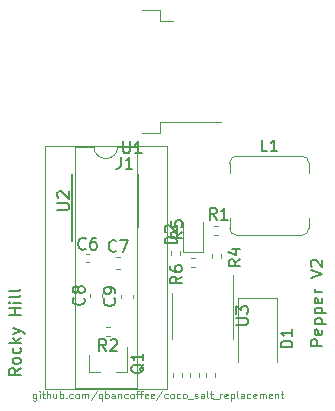
<source format=gbr>
%TF.GenerationSoftware,KiCad,Pcbnew,5.1.5+dfsg1-2build2*%
%TF.CreationDate,2022-09-06T14:28:28-04:00*%
%TF.ProjectId,salt_replacement,73616c74-5f72-4657-906c-6163656d656e,1.1.0*%
%TF.SameCoordinates,Original*%
%TF.FileFunction,Legend,Top*%
%TF.FilePolarity,Positive*%
%FSLAX46Y46*%
G04 Gerber Fmt 4.6, Leading zero omitted, Abs format (unit mm)*
G04 Created by KiCad (PCBNEW 5.1.5+dfsg1-2build2) date 2022-09-06 14:28:28*
%MOMM*%
%LPD*%
G04 APERTURE LIST*
%ADD10C,0.100000*%
%ADD11C,0.150000*%
%ADD12C,0.120000*%
G04 APERTURE END LIST*
D10*
X109514285Y-131171428D02*
X109514285Y-131657142D01*
X109485714Y-131714285D01*
X109457142Y-131742857D01*
X109400000Y-131771428D01*
X109314285Y-131771428D01*
X109257142Y-131742857D01*
X109514285Y-131542857D02*
X109457142Y-131571428D01*
X109342857Y-131571428D01*
X109285714Y-131542857D01*
X109257142Y-131514285D01*
X109228571Y-131457142D01*
X109228571Y-131285714D01*
X109257142Y-131228571D01*
X109285714Y-131200000D01*
X109342857Y-131171428D01*
X109457142Y-131171428D01*
X109514285Y-131200000D01*
X109800000Y-131571428D02*
X109800000Y-131171428D01*
X109800000Y-130971428D02*
X109771428Y-131000000D01*
X109800000Y-131028571D01*
X109828571Y-131000000D01*
X109800000Y-130971428D01*
X109800000Y-131028571D01*
X110000000Y-131171428D02*
X110228571Y-131171428D01*
X110085714Y-130971428D02*
X110085714Y-131485714D01*
X110114285Y-131542857D01*
X110171428Y-131571428D01*
X110228571Y-131571428D01*
X110428571Y-131571428D02*
X110428571Y-130971428D01*
X110685714Y-131571428D02*
X110685714Y-131257142D01*
X110657142Y-131200000D01*
X110600000Y-131171428D01*
X110514285Y-131171428D01*
X110457142Y-131200000D01*
X110428571Y-131228571D01*
X111228571Y-131171428D02*
X111228571Y-131571428D01*
X110971428Y-131171428D02*
X110971428Y-131485714D01*
X111000000Y-131542857D01*
X111057142Y-131571428D01*
X111142857Y-131571428D01*
X111200000Y-131542857D01*
X111228571Y-131514285D01*
X111514285Y-131571428D02*
X111514285Y-130971428D01*
X111514285Y-131200000D02*
X111571428Y-131171428D01*
X111685714Y-131171428D01*
X111742857Y-131200000D01*
X111771428Y-131228571D01*
X111800000Y-131285714D01*
X111800000Y-131457142D01*
X111771428Y-131514285D01*
X111742857Y-131542857D01*
X111685714Y-131571428D01*
X111571428Y-131571428D01*
X111514285Y-131542857D01*
X112057142Y-131514285D02*
X112085714Y-131542857D01*
X112057142Y-131571428D01*
X112028571Y-131542857D01*
X112057142Y-131514285D01*
X112057142Y-131571428D01*
X112600000Y-131542857D02*
X112542857Y-131571428D01*
X112428571Y-131571428D01*
X112371428Y-131542857D01*
X112342857Y-131514285D01*
X112314285Y-131457142D01*
X112314285Y-131285714D01*
X112342857Y-131228571D01*
X112371428Y-131200000D01*
X112428571Y-131171428D01*
X112542857Y-131171428D01*
X112600000Y-131200000D01*
X112942857Y-131571428D02*
X112885714Y-131542857D01*
X112857142Y-131514285D01*
X112828571Y-131457142D01*
X112828571Y-131285714D01*
X112857142Y-131228571D01*
X112885714Y-131200000D01*
X112942857Y-131171428D01*
X113028571Y-131171428D01*
X113085714Y-131200000D01*
X113114285Y-131228571D01*
X113142857Y-131285714D01*
X113142857Y-131457142D01*
X113114285Y-131514285D01*
X113085714Y-131542857D01*
X113028571Y-131571428D01*
X112942857Y-131571428D01*
X113400000Y-131571428D02*
X113400000Y-131171428D01*
X113400000Y-131228571D02*
X113428571Y-131200000D01*
X113485714Y-131171428D01*
X113571428Y-131171428D01*
X113628571Y-131200000D01*
X113657142Y-131257142D01*
X113657142Y-131571428D01*
X113657142Y-131257142D02*
X113685714Y-131200000D01*
X113742857Y-131171428D01*
X113828571Y-131171428D01*
X113885714Y-131200000D01*
X113914285Y-131257142D01*
X113914285Y-131571428D01*
X114628571Y-130942857D02*
X114114285Y-131714285D01*
X115085714Y-131171428D02*
X115085714Y-131771428D01*
X115085714Y-131542857D02*
X115028571Y-131571428D01*
X114914285Y-131571428D01*
X114857142Y-131542857D01*
X114828571Y-131514285D01*
X114800000Y-131457142D01*
X114800000Y-131285714D01*
X114828571Y-131228571D01*
X114857142Y-131200000D01*
X114914285Y-131171428D01*
X115028571Y-131171428D01*
X115085714Y-131200000D01*
X115371428Y-131571428D02*
X115371428Y-130971428D01*
X115371428Y-131200000D02*
X115428571Y-131171428D01*
X115542857Y-131171428D01*
X115600000Y-131200000D01*
X115628571Y-131228571D01*
X115657142Y-131285714D01*
X115657142Y-131457142D01*
X115628571Y-131514285D01*
X115600000Y-131542857D01*
X115542857Y-131571428D01*
X115428571Y-131571428D01*
X115371428Y-131542857D01*
X116171428Y-131571428D02*
X116171428Y-131257142D01*
X116142857Y-131200000D01*
X116085714Y-131171428D01*
X115971428Y-131171428D01*
X115914285Y-131200000D01*
X116171428Y-131542857D02*
X116114285Y-131571428D01*
X115971428Y-131571428D01*
X115914285Y-131542857D01*
X115885714Y-131485714D01*
X115885714Y-131428571D01*
X115914285Y-131371428D01*
X115971428Y-131342857D01*
X116114285Y-131342857D01*
X116171428Y-131314285D01*
X116457142Y-131171428D02*
X116457142Y-131571428D01*
X116457142Y-131228571D02*
X116485714Y-131200000D01*
X116542857Y-131171428D01*
X116628571Y-131171428D01*
X116685714Y-131200000D01*
X116714285Y-131257142D01*
X116714285Y-131571428D01*
X117257142Y-131542857D02*
X117200000Y-131571428D01*
X117085714Y-131571428D01*
X117028571Y-131542857D01*
X117000000Y-131514285D01*
X116971428Y-131457142D01*
X116971428Y-131285714D01*
X117000000Y-131228571D01*
X117028571Y-131200000D01*
X117085714Y-131171428D01*
X117200000Y-131171428D01*
X117257142Y-131200000D01*
X117600000Y-131571428D02*
X117542857Y-131542857D01*
X117514285Y-131514285D01*
X117485714Y-131457142D01*
X117485714Y-131285714D01*
X117514285Y-131228571D01*
X117542857Y-131200000D01*
X117600000Y-131171428D01*
X117685714Y-131171428D01*
X117742857Y-131200000D01*
X117771428Y-131228571D01*
X117800000Y-131285714D01*
X117800000Y-131457142D01*
X117771428Y-131514285D01*
X117742857Y-131542857D01*
X117685714Y-131571428D01*
X117600000Y-131571428D01*
X117971428Y-131171428D02*
X118200000Y-131171428D01*
X118057142Y-131571428D02*
X118057142Y-131057142D01*
X118085714Y-131000000D01*
X118142857Y-130971428D01*
X118200000Y-130971428D01*
X118314285Y-131171428D02*
X118542857Y-131171428D01*
X118400000Y-131571428D02*
X118400000Y-131057142D01*
X118428571Y-131000000D01*
X118485714Y-130971428D01*
X118542857Y-130971428D01*
X118971428Y-131542857D02*
X118914285Y-131571428D01*
X118800000Y-131571428D01*
X118742857Y-131542857D01*
X118714285Y-131485714D01*
X118714285Y-131257142D01*
X118742857Y-131200000D01*
X118800000Y-131171428D01*
X118914285Y-131171428D01*
X118971428Y-131200000D01*
X119000000Y-131257142D01*
X119000000Y-131314285D01*
X118714285Y-131371428D01*
X119485714Y-131542857D02*
X119428571Y-131571428D01*
X119314285Y-131571428D01*
X119257142Y-131542857D01*
X119228571Y-131485714D01*
X119228571Y-131257142D01*
X119257142Y-131200000D01*
X119314285Y-131171428D01*
X119428571Y-131171428D01*
X119485714Y-131200000D01*
X119514285Y-131257142D01*
X119514285Y-131314285D01*
X119228571Y-131371428D01*
X120200000Y-130942857D02*
X119685714Y-131714285D01*
X120657142Y-131542857D02*
X120600000Y-131571428D01*
X120485714Y-131571428D01*
X120428571Y-131542857D01*
X120400000Y-131514285D01*
X120371428Y-131457142D01*
X120371428Y-131285714D01*
X120400000Y-131228571D01*
X120428571Y-131200000D01*
X120485714Y-131171428D01*
X120600000Y-131171428D01*
X120657142Y-131200000D01*
X121000000Y-131571428D02*
X120942857Y-131542857D01*
X120914285Y-131514285D01*
X120885714Y-131457142D01*
X120885714Y-131285714D01*
X120914285Y-131228571D01*
X120942857Y-131200000D01*
X121000000Y-131171428D01*
X121085714Y-131171428D01*
X121142857Y-131200000D01*
X121171428Y-131228571D01*
X121200000Y-131285714D01*
X121200000Y-131457142D01*
X121171428Y-131514285D01*
X121142857Y-131542857D01*
X121085714Y-131571428D01*
X121000000Y-131571428D01*
X121714285Y-131542857D02*
X121657142Y-131571428D01*
X121542857Y-131571428D01*
X121485714Y-131542857D01*
X121457142Y-131514285D01*
X121428571Y-131457142D01*
X121428571Y-131285714D01*
X121457142Y-131228571D01*
X121485714Y-131200000D01*
X121542857Y-131171428D01*
X121657142Y-131171428D01*
X121714285Y-131200000D01*
X122057142Y-131571428D02*
X122000000Y-131542857D01*
X121971428Y-131514285D01*
X121942857Y-131457142D01*
X121942857Y-131285714D01*
X121971428Y-131228571D01*
X122000000Y-131200000D01*
X122057142Y-131171428D01*
X122142857Y-131171428D01*
X122200000Y-131200000D01*
X122228571Y-131228571D01*
X122257142Y-131285714D01*
X122257142Y-131457142D01*
X122228571Y-131514285D01*
X122200000Y-131542857D01*
X122142857Y-131571428D01*
X122057142Y-131571428D01*
X122371428Y-131628571D02*
X122828571Y-131628571D01*
X122942857Y-131542857D02*
X123000000Y-131571428D01*
X123114285Y-131571428D01*
X123171428Y-131542857D01*
X123200000Y-131485714D01*
X123200000Y-131457142D01*
X123171428Y-131400000D01*
X123114285Y-131371428D01*
X123028571Y-131371428D01*
X122971428Y-131342857D01*
X122942857Y-131285714D01*
X122942857Y-131257142D01*
X122971428Y-131200000D01*
X123028571Y-131171428D01*
X123114285Y-131171428D01*
X123171428Y-131200000D01*
X123714285Y-131571428D02*
X123714285Y-131257142D01*
X123685714Y-131200000D01*
X123628571Y-131171428D01*
X123514285Y-131171428D01*
X123457142Y-131200000D01*
X123714285Y-131542857D02*
X123657142Y-131571428D01*
X123514285Y-131571428D01*
X123457142Y-131542857D01*
X123428571Y-131485714D01*
X123428571Y-131428571D01*
X123457142Y-131371428D01*
X123514285Y-131342857D01*
X123657142Y-131342857D01*
X123714285Y-131314285D01*
X124085714Y-131571428D02*
X124028571Y-131542857D01*
X124000000Y-131485714D01*
X124000000Y-130971428D01*
X124228571Y-131171428D02*
X124457142Y-131171428D01*
X124314285Y-130971428D02*
X124314285Y-131485714D01*
X124342857Y-131542857D01*
X124400000Y-131571428D01*
X124457142Y-131571428D01*
X124514285Y-131628571D02*
X124971428Y-131628571D01*
X125114285Y-131571428D02*
X125114285Y-131171428D01*
X125114285Y-131285714D02*
X125142857Y-131228571D01*
X125171428Y-131200000D01*
X125228571Y-131171428D01*
X125285714Y-131171428D01*
X125714285Y-131542857D02*
X125657142Y-131571428D01*
X125542857Y-131571428D01*
X125485714Y-131542857D01*
X125457142Y-131485714D01*
X125457142Y-131257142D01*
X125485714Y-131200000D01*
X125542857Y-131171428D01*
X125657142Y-131171428D01*
X125714285Y-131200000D01*
X125742857Y-131257142D01*
X125742857Y-131314285D01*
X125457142Y-131371428D01*
X126000000Y-131171428D02*
X126000000Y-131771428D01*
X126000000Y-131200000D02*
X126057142Y-131171428D01*
X126171428Y-131171428D01*
X126228571Y-131200000D01*
X126257142Y-131228571D01*
X126285714Y-131285714D01*
X126285714Y-131457142D01*
X126257142Y-131514285D01*
X126228571Y-131542857D01*
X126171428Y-131571428D01*
X126057142Y-131571428D01*
X126000000Y-131542857D01*
X126628571Y-131571428D02*
X126571428Y-131542857D01*
X126542857Y-131485714D01*
X126542857Y-130971428D01*
X127114285Y-131571428D02*
X127114285Y-131257142D01*
X127085714Y-131200000D01*
X127028571Y-131171428D01*
X126914285Y-131171428D01*
X126857142Y-131200000D01*
X127114285Y-131542857D02*
X127057142Y-131571428D01*
X126914285Y-131571428D01*
X126857142Y-131542857D01*
X126828571Y-131485714D01*
X126828571Y-131428571D01*
X126857142Y-131371428D01*
X126914285Y-131342857D01*
X127057142Y-131342857D01*
X127114285Y-131314285D01*
X127657142Y-131542857D02*
X127600000Y-131571428D01*
X127485714Y-131571428D01*
X127428571Y-131542857D01*
X127400000Y-131514285D01*
X127371428Y-131457142D01*
X127371428Y-131285714D01*
X127400000Y-131228571D01*
X127428571Y-131200000D01*
X127485714Y-131171428D01*
X127600000Y-131171428D01*
X127657142Y-131200000D01*
X128142857Y-131542857D02*
X128085714Y-131571428D01*
X127971428Y-131571428D01*
X127914285Y-131542857D01*
X127885714Y-131485714D01*
X127885714Y-131257142D01*
X127914285Y-131200000D01*
X127971428Y-131171428D01*
X128085714Y-131171428D01*
X128142857Y-131200000D01*
X128171428Y-131257142D01*
X128171428Y-131314285D01*
X127885714Y-131371428D01*
X128428571Y-131571428D02*
X128428571Y-131171428D01*
X128428571Y-131228571D02*
X128457142Y-131200000D01*
X128514285Y-131171428D01*
X128600000Y-131171428D01*
X128657142Y-131200000D01*
X128685714Y-131257142D01*
X128685714Y-131571428D01*
X128685714Y-131257142D02*
X128714285Y-131200000D01*
X128771428Y-131171428D01*
X128857142Y-131171428D01*
X128914285Y-131200000D01*
X128942857Y-131257142D01*
X128942857Y-131571428D01*
X129457142Y-131542857D02*
X129400000Y-131571428D01*
X129285714Y-131571428D01*
X129228571Y-131542857D01*
X129200000Y-131485714D01*
X129200000Y-131257142D01*
X129228571Y-131200000D01*
X129285714Y-131171428D01*
X129400000Y-131171428D01*
X129457142Y-131200000D01*
X129485714Y-131257142D01*
X129485714Y-131314285D01*
X129200000Y-131371428D01*
X129742857Y-131171428D02*
X129742857Y-131571428D01*
X129742857Y-131228571D02*
X129771428Y-131200000D01*
X129828571Y-131171428D01*
X129914285Y-131171428D01*
X129971428Y-131200000D01*
X130000000Y-131257142D01*
X130000000Y-131571428D01*
X130200000Y-131171428D02*
X130428571Y-131171428D01*
X130285714Y-130971428D02*
X130285714Y-131485714D01*
X130314285Y-131542857D01*
X130371428Y-131571428D01*
X130428571Y-131571428D01*
D11*
X108202380Y-129043809D02*
X107726190Y-129377142D01*
X108202380Y-129615238D02*
X107202380Y-129615238D01*
X107202380Y-129234285D01*
X107250000Y-129139047D01*
X107297619Y-129091428D01*
X107392857Y-129043809D01*
X107535714Y-129043809D01*
X107630952Y-129091428D01*
X107678571Y-129139047D01*
X107726190Y-129234285D01*
X107726190Y-129615238D01*
X108202380Y-128472380D02*
X108154761Y-128567619D01*
X108107142Y-128615238D01*
X108011904Y-128662857D01*
X107726190Y-128662857D01*
X107630952Y-128615238D01*
X107583333Y-128567619D01*
X107535714Y-128472380D01*
X107535714Y-128329523D01*
X107583333Y-128234285D01*
X107630952Y-128186666D01*
X107726190Y-128139047D01*
X108011904Y-128139047D01*
X108107142Y-128186666D01*
X108154761Y-128234285D01*
X108202380Y-128329523D01*
X108202380Y-128472380D01*
X108154761Y-127281904D02*
X108202380Y-127377142D01*
X108202380Y-127567619D01*
X108154761Y-127662857D01*
X108107142Y-127710476D01*
X108011904Y-127758095D01*
X107726190Y-127758095D01*
X107630952Y-127710476D01*
X107583333Y-127662857D01*
X107535714Y-127567619D01*
X107535714Y-127377142D01*
X107583333Y-127281904D01*
X108202380Y-126853333D02*
X107202380Y-126853333D01*
X107821428Y-126758095D02*
X108202380Y-126472380D01*
X107535714Y-126472380D02*
X107916666Y-126853333D01*
X107535714Y-126139047D02*
X108202380Y-125900952D01*
X107535714Y-125662857D02*
X108202380Y-125900952D01*
X108440476Y-125996190D01*
X108488095Y-126043809D01*
X108535714Y-126139047D01*
X108202380Y-124520000D02*
X107202380Y-124520000D01*
X107678571Y-124520000D02*
X107678571Y-123948571D01*
X108202380Y-123948571D02*
X107202380Y-123948571D01*
X108202380Y-123472380D02*
X107535714Y-123472380D01*
X107202380Y-123472380D02*
X107250000Y-123520000D01*
X107297619Y-123472380D01*
X107250000Y-123424761D01*
X107202380Y-123472380D01*
X107297619Y-123472380D01*
X108202380Y-122853333D02*
X108154761Y-122948571D01*
X108059523Y-122996190D01*
X107202380Y-122996190D01*
X108202380Y-122329523D02*
X108154761Y-122424761D01*
X108059523Y-122472380D01*
X107202380Y-122472380D01*
X133752380Y-127139047D02*
X132752380Y-127139047D01*
X132752380Y-126758095D01*
X132800000Y-126662857D01*
X132847619Y-126615238D01*
X132942857Y-126567619D01*
X133085714Y-126567619D01*
X133180952Y-126615238D01*
X133228571Y-126662857D01*
X133276190Y-126758095D01*
X133276190Y-127139047D01*
X133704761Y-125758095D02*
X133752380Y-125853333D01*
X133752380Y-126043809D01*
X133704761Y-126139047D01*
X133609523Y-126186666D01*
X133228571Y-126186666D01*
X133133333Y-126139047D01*
X133085714Y-126043809D01*
X133085714Y-125853333D01*
X133133333Y-125758095D01*
X133228571Y-125710476D01*
X133323809Y-125710476D01*
X133419047Y-126186666D01*
X133085714Y-125281904D02*
X134085714Y-125281904D01*
X133133333Y-125281904D02*
X133085714Y-125186666D01*
X133085714Y-124996190D01*
X133133333Y-124900952D01*
X133180952Y-124853333D01*
X133276190Y-124805714D01*
X133561904Y-124805714D01*
X133657142Y-124853333D01*
X133704761Y-124900952D01*
X133752380Y-124996190D01*
X133752380Y-125186666D01*
X133704761Y-125281904D01*
X133085714Y-124377142D02*
X134085714Y-124377142D01*
X133133333Y-124377142D02*
X133085714Y-124281904D01*
X133085714Y-124091428D01*
X133133333Y-123996190D01*
X133180952Y-123948571D01*
X133276190Y-123900952D01*
X133561904Y-123900952D01*
X133657142Y-123948571D01*
X133704761Y-123996190D01*
X133752380Y-124091428D01*
X133752380Y-124281904D01*
X133704761Y-124377142D01*
X133704761Y-123091428D02*
X133752380Y-123186666D01*
X133752380Y-123377142D01*
X133704761Y-123472380D01*
X133609523Y-123520000D01*
X133228571Y-123520000D01*
X133133333Y-123472380D01*
X133085714Y-123377142D01*
X133085714Y-123186666D01*
X133133333Y-123091428D01*
X133228571Y-123043809D01*
X133323809Y-123043809D01*
X133419047Y-123520000D01*
X133752380Y-122615238D02*
X133085714Y-122615238D01*
X133276190Y-122615238D02*
X133180952Y-122567619D01*
X133133333Y-122520000D01*
X133085714Y-122424761D01*
X133085714Y-122329523D01*
X132752380Y-121377142D02*
X133752380Y-121043809D01*
X132752380Y-120710476D01*
X132847619Y-120424761D02*
X132800000Y-120377142D01*
X132752380Y-120281904D01*
X132752380Y-120043809D01*
X132800000Y-119948571D01*
X132847619Y-119900952D01*
X132942857Y-119853333D01*
X133038095Y-119853333D01*
X133180952Y-119900952D01*
X133752380Y-120472380D01*
X133752380Y-119853333D01*
D12*
%TO.C,J1*%
X120550000Y-110210000D02*
X110270000Y-110210000D01*
X120550000Y-130770000D02*
X120550000Y-110210000D01*
X110270000Y-130770000D02*
X120550000Y-130770000D01*
X110270000Y-110210000D02*
X110270000Y-130770000D01*
X118060000Y-110270000D02*
X116410000Y-110270000D01*
X118060000Y-130710000D02*
X118060000Y-110270000D01*
X112760000Y-130710000D02*
X118060000Y-130710000D01*
X112760000Y-110270000D02*
X112760000Y-130710000D01*
X114410000Y-110270000D02*
X112760000Y-110270000D01*
X116410000Y-110270000D02*
G75*
G02X114410000Y-110270000I-1000000J0D01*
G01*
%TO.C,L1*%
X132000000Y-117780000D02*
X126500000Y-117780000D01*
X125890000Y-117170000D02*
X125890000Y-116320000D01*
X132610000Y-116320000D02*
X132610000Y-117170000D01*
X132610000Y-111670000D02*
X132610000Y-112520000D01*
X126500000Y-111060000D02*
X132000000Y-111060000D01*
X125890000Y-112520000D02*
X125890000Y-111670000D01*
X125890000Y-111670000D02*
G75*
G02X126500000Y-111060000I610000J0D01*
G01*
X132000000Y-111060000D02*
G75*
G02X132610000Y-111670000I0J-610000D01*
G01*
X126500000Y-117780000D02*
G75*
G02X125890000Y-117170000I0J610000D01*
G01*
X132610000Y-117170000D02*
G75*
G02X132000000Y-117780000I-610000J0D01*
G01*
%TO.C,Q1*%
X114020000Y-129360000D02*
X114020000Y-127900000D01*
X117180000Y-129360000D02*
X117180000Y-127200000D01*
X117180000Y-129360000D02*
X116250000Y-129360000D01*
X114020000Y-129360000D02*
X114950000Y-129360000D01*
%TO.C,U1*%
X120000000Y-99670000D02*
X121100000Y-99670000D01*
X120000000Y-98720000D02*
X120000000Y-99670000D01*
X118500000Y-98720000D02*
X120000000Y-98720000D01*
X120000000Y-108170000D02*
X125125000Y-108170000D01*
X120000000Y-109120000D02*
X120000000Y-108170000D01*
X118500000Y-109120000D02*
X120000000Y-109120000D01*
D11*
%TO.C,U2*%
X112575000Y-118225000D02*
X112575000Y-112600000D01*
X118125000Y-117100000D02*
X118125000Y-112600000D01*
D12*
%TO.C,C6*%
X113762164Y-120060000D02*
X113977836Y-120060000D01*
X113762164Y-119340000D02*
X113977836Y-119340000D01*
%TO.C,C7*%
X116309420Y-119640000D02*
X116590580Y-119640000D01*
X116309420Y-120660000D02*
X116590580Y-120660000D01*
%TO.C,C8*%
X115110000Y-123015580D02*
X115110000Y-122734420D01*
X114090000Y-123015580D02*
X114090000Y-122734420D01*
%TO.C,C9*%
X117710000Y-123090580D02*
X117710000Y-122809420D01*
X116690000Y-123090580D02*
X116690000Y-122809420D01*
%TO.C,R2*%
X115763641Y-125570000D02*
X115456359Y-125570000D01*
X115763641Y-126330000D02*
X115456359Y-126330000D01*
%TO.C,R1*%
X124903641Y-117730000D02*
X124596359Y-117730000D01*
X124903641Y-116970000D02*
X124596359Y-116970000D01*
%TO.C,R3*%
X123920000Y-129466359D02*
X123920000Y-129773641D01*
X124680000Y-129466359D02*
X124680000Y-129773641D01*
%TO.C,R4*%
X125130000Y-119396359D02*
X125130000Y-119703641D01*
X124370000Y-119396359D02*
X124370000Y-119703641D01*
%TO.C,R5*%
X120920000Y-119096359D02*
X120920000Y-119403641D01*
X121680000Y-119096359D02*
X121680000Y-119403641D01*
%TO.C,R6*%
X122953641Y-119720000D02*
X122646359Y-119720000D01*
X122953641Y-120480000D02*
X122646359Y-120480000D01*
%TO.C,R7*%
X121880000Y-129466359D02*
X121880000Y-129773641D01*
X121120000Y-129466359D02*
X121120000Y-129773641D01*
%TO.C,R8*%
X123280000Y-129466359D02*
X123280000Y-129773641D01*
X122520000Y-129466359D02*
X122520000Y-129773641D01*
%TO.C,D1*%
X129900000Y-123120000D02*
X126600000Y-123120000D01*
X126600000Y-123120000D02*
X126600000Y-128520000D01*
X129900000Y-123120000D02*
X129900000Y-128520000D01*
%TO.C,D2*%
X121950000Y-119220000D02*
X123650000Y-119220000D01*
X123650000Y-119220000D02*
X123650000Y-116670000D01*
X121950000Y-119220000D02*
X121950000Y-116670000D01*
%TO.C,U3*%
X121040000Y-124600000D02*
X121040000Y-126550000D01*
X121040000Y-124600000D02*
X121040000Y-122650000D01*
X126160000Y-124600000D02*
X126160000Y-126550000D01*
X126160000Y-124600000D02*
X126160000Y-121150000D01*
%TO.C,J1*%
D11*
X116666666Y-111152380D02*
X116666666Y-111866666D01*
X116619047Y-112009523D01*
X116523809Y-112104761D01*
X116380952Y-112152380D01*
X116285714Y-112152380D01*
X117666666Y-112152380D02*
X117095238Y-112152380D01*
X117380952Y-112152380D02*
X117380952Y-111152380D01*
X117285714Y-111295238D01*
X117190476Y-111390476D01*
X117095238Y-111438095D01*
%TO.C,L1*%
X129083333Y-110672380D02*
X128607142Y-110672380D01*
X128607142Y-109672380D01*
X129940476Y-110672380D02*
X129369047Y-110672380D01*
X129654761Y-110672380D02*
X129654761Y-109672380D01*
X129559523Y-109815238D01*
X129464285Y-109910476D01*
X129369047Y-109958095D01*
%TO.C,Q1*%
X118647619Y-128695238D02*
X118600000Y-128790476D01*
X118504761Y-128885714D01*
X118361904Y-129028571D01*
X118314285Y-129123809D01*
X118314285Y-129219047D01*
X118552380Y-129171428D02*
X118504761Y-129266666D01*
X118409523Y-129361904D01*
X118219047Y-129409523D01*
X117885714Y-129409523D01*
X117695238Y-129361904D01*
X117600000Y-129266666D01*
X117552380Y-129171428D01*
X117552380Y-128980952D01*
X117600000Y-128885714D01*
X117695238Y-128790476D01*
X117885714Y-128742857D01*
X118219047Y-128742857D01*
X118409523Y-128790476D01*
X118504761Y-128885714D01*
X118552380Y-128980952D01*
X118552380Y-129171428D01*
X118552380Y-127790476D02*
X118552380Y-128361904D01*
X118552380Y-128076190D02*
X117552380Y-128076190D01*
X117695238Y-128171428D01*
X117790476Y-128266666D01*
X117838095Y-128361904D01*
%TO.C,U1*%
X116888095Y-109822380D02*
X116888095Y-110631904D01*
X116935714Y-110727142D01*
X116983333Y-110774761D01*
X117078571Y-110822380D01*
X117269047Y-110822380D01*
X117364285Y-110774761D01*
X117411904Y-110727142D01*
X117459523Y-110631904D01*
X117459523Y-109822380D01*
X118459523Y-110822380D02*
X117888095Y-110822380D01*
X118173809Y-110822380D02*
X118173809Y-109822380D01*
X118078571Y-109965238D01*
X117983333Y-110060476D01*
X117888095Y-110108095D01*
%TO.C,U2*%
X111302380Y-115611904D02*
X112111904Y-115611904D01*
X112207142Y-115564285D01*
X112254761Y-115516666D01*
X112302380Y-115421428D01*
X112302380Y-115230952D01*
X112254761Y-115135714D01*
X112207142Y-115088095D01*
X112111904Y-115040476D01*
X111302380Y-115040476D01*
X111397619Y-114611904D02*
X111350000Y-114564285D01*
X111302380Y-114469047D01*
X111302380Y-114230952D01*
X111350000Y-114135714D01*
X111397619Y-114088095D01*
X111492857Y-114040476D01*
X111588095Y-114040476D01*
X111730952Y-114088095D01*
X112302380Y-114659523D01*
X112302380Y-114040476D01*
%TO.C,C6*%
X113703333Y-118897142D02*
X113655714Y-118944761D01*
X113512857Y-118992380D01*
X113417619Y-118992380D01*
X113274761Y-118944761D01*
X113179523Y-118849523D01*
X113131904Y-118754285D01*
X113084285Y-118563809D01*
X113084285Y-118420952D01*
X113131904Y-118230476D01*
X113179523Y-118135238D01*
X113274761Y-118040000D01*
X113417619Y-117992380D01*
X113512857Y-117992380D01*
X113655714Y-118040000D01*
X113703333Y-118087619D01*
X114560476Y-117992380D02*
X114370000Y-117992380D01*
X114274761Y-118040000D01*
X114227142Y-118087619D01*
X114131904Y-118230476D01*
X114084285Y-118420952D01*
X114084285Y-118801904D01*
X114131904Y-118897142D01*
X114179523Y-118944761D01*
X114274761Y-118992380D01*
X114465238Y-118992380D01*
X114560476Y-118944761D01*
X114608095Y-118897142D01*
X114655714Y-118801904D01*
X114655714Y-118563809D01*
X114608095Y-118468571D01*
X114560476Y-118420952D01*
X114465238Y-118373333D01*
X114274761Y-118373333D01*
X114179523Y-118420952D01*
X114131904Y-118468571D01*
X114084285Y-118563809D01*
%TO.C,C7*%
X116283333Y-119077142D02*
X116235714Y-119124761D01*
X116092857Y-119172380D01*
X115997619Y-119172380D01*
X115854761Y-119124761D01*
X115759523Y-119029523D01*
X115711904Y-118934285D01*
X115664285Y-118743809D01*
X115664285Y-118600952D01*
X115711904Y-118410476D01*
X115759523Y-118315238D01*
X115854761Y-118220000D01*
X115997619Y-118172380D01*
X116092857Y-118172380D01*
X116235714Y-118220000D01*
X116283333Y-118267619D01*
X116616666Y-118172380D02*
X117283333Y-118172380D01*
X116854761Y-119172380D01*
%TO.C,C8*%
X113527142Y-123041666D02*
X113574761Y-123089285D01*
X113622380Y-123232142D01*
X113622380Y-123327380D01*
X113574761Y-123470238D01*
X113479523Y-123565476D01*
X113384285Y-123613095D01*
X113193809Y-123660714D01*
X113050952Y-123660714D01*
X112860476Y-123613095D01*
X112765238Y-123565476D01*
X112670000Y-123470238D01*
X112622380Y-123327380D01*
X112622380Y-123232142D01*
X112670000Y-123089285D01*
X112717619Y-123041666D01*
X113050952Y-122470238D02*
X113003333Y-122565476D01*
X112955714Y-122613095D01*
X112860476Y-122660714D01*
X112812857Y-122660714D01*
X112717619Y-122613095D01*
X112670000Y-122565476D01*
X112622380Y-122470238D01*
X112622380Y-122279761D01*
X112670000Y-122184523D01*
X112717619Y-122136904D01*
X112812857Y-122089285D01*
X112860476Y-122089285D01*
X112955714Y-122136904D01*
X113003333Y-122184523D01*
X113050952Y-122279761D01*
X113050952Y-122470238D01*
X113098571Y-122565476D01*
X113146190Y-122613095D01*
X113241428Y-122660714D01*
X113431904Y-122660714D01*
X113527142Y-122613095D01*
X113574761Y-122565476D01*
X113622380Y-122470238D01*
X113622380Y-122279761D01*
X113574761Y-122184523D01*
X113527142Y-122136904D01*
X113431904Y-122089285D01*
X113241428Y-122089285D01*
X113146190Y-122136904D01*
X113098571Y-122184523D01*
X113050952Y-122279761D01*
%TO.C,C9*%
X116127142Y-123116666D02*
X116174761Y-123164285D01*
X116222380Y-123307142D01*
X116222380Y-123402380D01*
X116174761Y-123545238D01*
X116079523Y-123640476D01*
X115984285Y-123688095D01*
X115793809Y-123735714D01*
X115650952Y-123735714D01*
X115460476Y-123688095D01*
X115365238Y-123640476D01*
X115270000Y-123545238D01*
X115222380Y-123402380D01*
X115222380Y-123307142D01*
X115270000Y-123164285D01*
X115317619Y-123116666D01*
X116222380Y-122640476D02*
X116222380Y-122450000D01*
X116174761Y-122354761D01*
X116127142Y-122307142D01*
X115984285Y-122211904D01*
X115793809Y-122164285D01*
X115412857Y-122164285D01*
X115317619Y-122211904D01*
X115270000Y-122259523D01*
X115222380Y-122354761D01*
X115222380Y-122545238D01*
X115270000Y-122640476D01*
X115317619Y-122688095D01*
X115412857Y-122735714D01*
X115650952Y-122735714D01*
X115746190Y-122688095D01*
X115793809Y-122640476D01*
X115841428Y-122545238D01*
X115841428Y-122354761D01*
X115793809Y-122259523D01*
X115746190Y-122211904D01*
X115650952Y-122164285D01*
%TO.C,R2*%
X115443333Y-127572380D02*
X115110000Y-127096190D01*
X114871904Y-127572380D02*
X114871904Y-126572380D01*
X115252857Y-126572380D01*
X115348095Y-126620000D01*
X115395714Y-126667619D01*
X115443333Y-126762857D01*
X115443333Y-126905714D01*
X115395714Y-127000952D01*
X115348095Y-127048571D01*
X115252857Y-127096190D01*
X114871904Y-127096190D01*
X115824285Y-126667619D02*
X115871904Y-126620000D01*
X115967142Y-126572380D01*
X116205238Y-126572380D01*
X116300476Y-126620000D01*
X116348095Y-126667619D01*
X116395714Y-126762857D01*
X116395714Y-126858095D01*
X116348095Y-127000952D01*
X115776666Y-127572380D01*
X116395714Y-127572380D01*
%TO.C,R1*%
X124783333Y-116452380D02*
X124450000Y-115976190D01*
X124211904Y-116452380D02*
X124211904Y-115452380D01*
X124592857Y-115452380D01*
X124688095Y-115500000D01*
X124735714Y-115547619D01*
X124783333Y-115642857D01*
X124783333Y-115785714D01*
X124735714Y-115880952D01*
X124688095Y-115928571D01*
X124592857Y-115976190D01*
X124211904Y-115976190D01*
X125735714Y-116452380D02*
X125164285Y-116452380D01*
X125450000Y-116452380D02*
X125450000Y-115452380D01*
X125354761Y-115595238D01*
X125259523Y-115690476D01*
X125164285Y-115738095D01*
%TO.C,R4*%
X126802380Y-119816666D02*
X126326190Y-120150000D01*
X126802380Y-120388095D02*
X125802380Y-120388095D01*
X125802380Y-120007142D01*
X125850000Y-119911904D01*
X125897619Y-119864285D01*
X125992857Y-119816666D01*
X126135714Y-119816666D01*
X126230952Y-119864285D01*
X126278571Y-119911904D01*
X126326190Y-120007142D01*
X126326190Y-120388095D01*
X126135714Y-118959523D02*
X126802380Y-118959523D01*
X125754761Y-119197619D02*
X126469047Y-119435714D01*
X126469047Y-118816666D01*
%TO.C,R5*%
X121902380Y-117466666D02*
X121426190Y-117800000D01*
X121902380Y-118038095D02*
X120902380Y-118038095D01*
X120902380Y-117657142D01*
X120950000Y-117561904D01*
X120997619Y-117514285D01*
X121092857Y-117466666D01*
X121235714Y-117466666D01*
X121330952Y-117514285D01*
X121378571Y-117561904D01*
X121426190Y-117657142D01*
X121426190Y-118038095D01*
X120902380Y-116561904D02*
X120902380Y-117038095D01*
X121378571Y-117085714D01*
X121330952Y-117038095D01*
X121283333Y-116942857D01*
X121283333Y-116704761D01*
X121330952Y-116609523D01*
X121378571Y-116561904D01*
X121473809Y-116514285D01*
X121711904Y-116514285D01*
X121807142Y-116561904D01*
X121854761Y-116609523D01*
X121902380Y-116704761D01*
X121902380Y-116942857D01*
X121854761Y-117038095D01*
X121807142Y-117085714D01*
%TO.C,R6*%
X121852380Y-121266666D02*
X121376190Y-121600000D01*
X121852380Y-121838095D02*
X120852380Y-121838095D01*
X120852380Y-121457142D01*
X120900000Y-121361904D01*
X120947619Y-121314285D01*
X121042857Y-121266666D01*
X121185714Y-121266666D01*
X121280952Y-121314285D01*
X121328571Y-121361904D01*
X121376190Y-121457142D01*
X121376190Y-121838095D01*
X120852380Y-120409523D02*
X120852380Y-120600000D01*
X120900000Y-120695238D01*
X120947619Y-120742857D01*
X121090476Y-120838095D01*
X121280952Y-120885714D01*
X121661904Y-120885714D01*
X121757142Y-120838095D01*
X121804761Y-120790476D01*
X121852380Y-120695238D01*
X121852380Y-120504761D01*
X121804761Y-120409523D01*
X121757142Y-120361904D01*
X121661904Y-120314285D01*
X121423809Y-120314285D01*
X121328571Y-120361904D01*
X121280952Y-120409523D01*
X121233333Y-120504761D01*
X121233333Y-120695238D01*
X121280952Y-120790476D01*
X121328571Y-120838095D01*
X121423809Y-120885714D01*
%TO.C,D1*%
X131202380Y-127258095D02*
X130202380Y-127258095D01*
X130202380Y-127020000D01*
X130250000Y-126877142D01*
X130345238Y-126781904D01*
X130440476Y-126734285D01*
X130630952Y-126686666D01*
X130773809Y-126686666D01*
X130964285Y-126734285D01*
X131059523Y-126781904D01*
X131154761Y-126877142D01*
X131202380Y-127020000D01*
X131202380Y-127258095D01*
X131202380Y-125734285D02*
X131202380Y-126305714D01*
X131202380Y-126020000D02*
X130202380Y-126020000D01*
X130345238Y-126115238D01*
X130440476Y-126210476D01*
X130488095Y-126305714D01*
%TO.C,D2*%
X121402380Y-118458095D02*
X120402380Y-118458095D01*
X120402380Y-118220000D01*
X120450000Y-118077142D01*
X120545238Y-117981904D01*
X120640476Y-117934285D01*
X120830952Y-117886666D01*
X120973809Y-117886666D01*
X121164285Y-117934285D01*
X121259523Y-117981904D01*
X121354761Y-118077142D01*
X121402380Y-118220000D01*
X121402380Y-118458095D01*
X120497619Y-117505714D02*
X120450000Y-117458095D01*
X120402380Y-117362857D01*
X120402380Y-117124761D01*
X120450000Y-117029523D01*
X120497619Y-116981904D01*
X120592857Y-116934285D01*
X120688095Y-116934285D01*
X120830952Y-116981904D01*
X121402380Y-117553333D01*
X121402380Y-116934285D01*
%TO.C,U3*%
X126452380Y-125361904D02*
X127261904Y-125361904D01*
X127357142Y-125314285D01*
X127404761Y-125266666D01*
X127452380Y-125171428D01*
X127452380Y-124980952D01*
X127404761Y-124885714D01*
X127357142Y-124838095D01*
X127261904Y-124790476D01*
X126452380Y-124790476D01*
X126452380Y-124409523D02*
X126452380Y-123790476D01*
X126833333Y-124123809D01*
X126833333Y-123980952D01*
X126880952Y-123885714D01*
X126928571Y-123838095D01*
X127023809Y-123790476D01*
X127261904Y-123790476D01*
X127357142Y-123838095D01*
X127404761Y-123885714D01*
X127452380Y-123980952D01*
X127452380Y-124266666D01*
X127404761Y-124361904D01*
X127357142Y-124409523D01*
%TD*%
M02*

</source>
